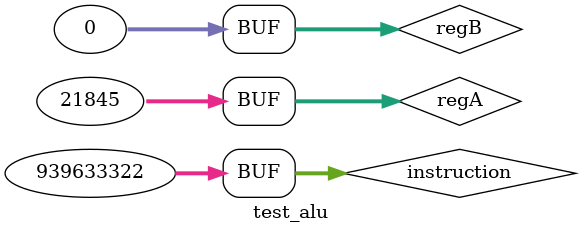
<source format=v>

`timescale 1ns/1ps

module test_alu();
    reg[31:0] instruction, regA, regB;
    wire[31:0] result;
    wire[2:0] flags;

    alu test(
        .instruction(instruction),
        .regA(regA),
        .regB(regB),
        .result(result),
        .flags(flags)
    );

    initial begin
        $monitor("Time: %3d.\n Instruction: %32b\n regA: %32b, regB: %32b\n result: %32b, flags: %3b\n",
            $time, instruction, regA, regB, result, flags);

        // R-type
        // add normal
        #1
            $display("add normal");
        instruction = 32'b000000_00000_00001_00000_00000_100000;
        regA = 32'b00000000_00000000_00000000_00000001;
        regB = 32'b00000000_00000000_00000000_00000001;

        // add overflow
        #1
            $display("add overflow");
        instruction = 32'b000000_00000_00001_00000_00000_100000;
        regA = 32'b01111111_11111111_11111111_11111111;
        regB = 32'b00000000_00000000_00000000_00000001;

        // addu
        #1
            $display("addu");
        instruction = 32'b000000_00000_00001_00000_00000_100001;
        regA = 32'b00000000_00000000_00000000_00000001;
        regB = 32'b01111111_11111111_11111111_11111111;

        // and
        #1
            $display("and");
        instruction = 32'b000000_00000_00001_00000_00000_100100;
        regA = 32'b10101011_10101011_10101011_10101011;
        regB = 32'b01010101_01010101_01010101_01010101;

        // nor
        #1
            $display("nor");
        instruction = 32'b000000_00000_00001_00000_00000_100111;
        regA = 32'b01010101_10101011_10101011_10101011;
        regB = 32'b01010101_01010101_01010101_01010101;

        // or
        #1
            $display("or");
        instruction = 32'b000000_00000_00001_00000_00000_100101;
        regA = 32'b10101011_10101011_10101011_10101011;
        regB = 32'b01010101_01010101_01010101_01010101;

        // sll
        #1
            $display("sll");
        instruction = 32'b000000_00000_00000_00000_00100_000000;
        regA = 32'b11111111_00000000_00000000_11111111;
        regB = 32'b00000000_00000000_00000000_00000000;

        // sllv
        #1
            $display("sllv");
        instruction = 32'b000000_00001_00000_00000_00000_000100;
        regA = 32'b11111111_00000000_00000000_11111111;
        regB = 32'b00000000_00000000_00000000_00000100;

        // slt
        // #1
        // $display("slt");
        // instruction = 32'b000000_00001_00000_00000_00000_101010;
        // regA = 32'b11111111_00000000_00000000_11111111;
        // regB = 32'b00000000_00000000_00000000_00000100;

        // sltu
        // #1
        // $display("sltu");
        // instruction = 32'b000000_00001_00000_00000_00000_101011;
        // regA = 32'b11111111_00000000_00000000_11111111;
        // regB = 32'b00000000_00000000_00000000_00000100;

        // sra
        #1
            $display("sra");
        instruction = 32'b000000_00000_00000_00000_00100_000011;
        regA = 32'b11111111_00000000_00000000_11111111;
        regB = 32'b00000000_00000000_00000000_00000000;

        // srav
        #1
            $display("srav");
        instruction = 32'b000000_00001_00000_00000_00000_000111;
        regA = 32'b11111111_00000000_00000000_11111111;
        regB = 32'b00000000_00000000_00000000_00000100;

        // srl
        #1
            $display("srl");
        instruction = 32'b000000_00000_00000_00000_00100_000010;
        regA = 32'b11111111_00000000_00000000_11111111;
        regB = 32'b00000000_00000000_00000000_00000000;

        // srlv
        #1
            $display("srlv");
        instruction = 32'b000000_00001_00000_00000_00100_000110;
        regA = 32'b11111111_00000000_00000000_11111111;
        regB = 32'b00000000_00000000_00000000_00000100;

        // sub normal
        #1
            $display("sub normal");
        instruction = 32'b000000_00000_00001_00000_00000_100010;
        regA = 32'b00000000_00000000_00000000_11111111;
        regB = 32'b00000000_00000000_00000000_00000001;

        // sub overflow
        #1
            $display("sub overflow");
        instruction = 32'b000000_00000_00001_00000_00000_100010;
        regA = 32'b00000000_00000000_00000000_11111111;
        regB = 32'b10000000_00000000_00000000_00000000;

        // subu
        #1
            $display("subu");
        instruction = 32'b000000_00000_00001_00000_00000_100011;
        regA = 32'b11111111_11111111_11111111_11111111;
        regB = 32'b11111111_00000000_00000000_00000000;

        // xor
        #1
            $display("xor");
        instruction = 32'b000000_00000_00001_00000_00000_100110;
        regA = 32'b11111111_11111111_11111111_11111111;
        regB = 32'b11111111_00000000_00000000_00000000;

        // I-type

        // addi normal
        #1
            $display("addi normal");
        instruction = 32'b001000_00000_00001_00000000_00000001;
        regA = 32'b00000000_00000000_00000000_11111111;
        regB = 32'b00000000_00000000_00000000_00000000;

        // addi overflow
        #1
            $display("addi overflow");
        instruction = 32'b001000_00000_00001_00000000_00000001;
        regA = 32'b01111111_11111111_11111111_11111111;
        regB = 32'b00000000_00000000_00000000_00000000;

        // addiu
        #1
            $display("addiu");
        instruction = 32'b001001_00000_00001_00000000_00000001;
        regA = 32'b01111111_11111111_11111111_11111111;
        regB = 32'b00000000_00000000_00000000_00000000;

        // andi
        #1
            $display("andi");
        instruction = 32'b001100_00000_00001_11111111_111111111;
        regA = 32'b00000000_11111111_11111111_00000000;
        regB = 32'b00000000_00000000_00000000_00000000;

        // beq
        // #1
        // $display("beq");
        // instruction = 32'b000100_00000_00001_00000000_00000001;
        // regA = 32'b01111111_11111111_11111111_11111111;
        // regB = 32'b00000000_00000000_00000000_00000000;

        // bne
        // #1
        // $display("bne");
        // instruction = 32'b000101_00000_00001_00000000_00000001;
        // regA = 32'b01111111_11111111_11111111_11111111;
        // regB = 32'b00000000_00000000_00000000_00000000;

        // lw
        #1
            $display("lw");
        instruction = 32'b100011_00000_00001_00000000_00000001;
        regA = 32'b00000000_00000000_00000000_11111111;
        regB = 32'b00000000_00000000_00000000_00000000;

        // ori
        #1
            $display("ori");
        instruction = 32'b001101_00000_00001_10101010_10101010;
        regA = 32'b00000000_00000000_01010101_01010101;
        regB = 32'b00000000_00000000_00000000_00000000;

        // slti
        // #1
        // $display("slti");
        // instruction = 32'b001010_00000_00001_00000000_00000001;
        // regA = 32'b01111111_11111111_11111111_11111111;
        // regB = 32'b00000000_00000000_00000000_00000000;

        // sltiu
        // #1
        // $display("sltiu");
        // instruction = 32'b001011_00000_00001_00000000_00000001;
        // regA = 32'b01111111_11111111_11111111_11111111;
        // regB = 32'b00000000_00000000_00000000_00000000;

        // sw
        #1
            $display("sw");
        instruction = 32'b101011_00000_00001_00000000_00000001;
        regA = 32'b00000000_00000000_00000000_11111111;
        regB = 32'b00000000_00000000_00000000_00000000;

        // xori
        #1
            $display("xori");
        instruction = 32'b001110_00000_00001_10101010_10101010;
        regA = 32'b00000000_00000000_01010101_01010101;
        regB = 32'b00000000_00000000_00000000_00000000;

    end
endmodule

</source>
